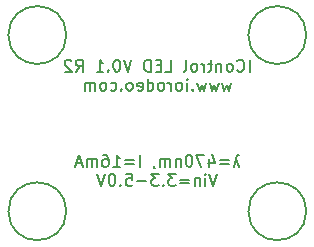
<source format=gbo>
%TF.GenerationSoftware,KiCad,Pcbnew,7.0.8-7.0.8~ubuntu22.04.1*%
%TF.CreationDate,2024-01-24T20:27:06-08:00*%
%TF.ProjectId,470nm_16mA,3437306e-6d5f-4313-966d-412e6b696361,rev?*%
%TF.SameCoordinates,Original*%
%TF.FileFunction,Legend,Bot*%
%TF.FilePolarity,Positive*%
%FSLAX46Y46*%
G04 Gerber Fmt 4.6, Leading zero omitted, Abs format (unit mm)*
G04 Created by KiCad (PCBNEW 7.0.8-7.0.8~ubuntu22.04.1) date 2024-01-24 20:27:06*
%MOMM*%
%LPD*%
G01*
G04 APERTURE LIST*
%ADD10C,0.150000*%
G04 APERTURE END LIST*
D10*
X70509524Y-55634819D02*
X70509524Y-54634819D01*
X69461906Y-55539580D02*
X69509525Y-55587200D01*
X69509525Y-55587200D02*
X69652382Y-55634819D01*
X69652382Y-55634819D02*
X69747620Y-55634819D01*
X69747620Y-55634819D02*
X69890477Y-55587200D01*
X69890477Y-55587200D02*
X69985715Y-55491961D01*
X69985715Y-55491961D02*
X70033334Y-55396723D01*
X70033334Y-55396723D02*
X70080953Y-55206247D01*
X70080953Y-55206247D02*
X70080953Y-55063390D01*
X70080953Y-55063390D02*
X70033334Y-54872914D01*
X70033334Y-54872914D02*
X69985715Y-54777676D01*
X69985715Y-54777676D02*
X69890477Y-54682438D01*
X69890477Y-54682438D02*
X69747620Y-54634819D01*
X69747620Y-54634819D02*
X69652382Y-54634819D01*
X69652382Y-54634819D02*
X69509525Y-54682438D01*
X69509525Y-54682438D02*
X69461906Y-54730057D01*
X68890477Y-55634819D02*
X68985715Y-55587200D01*
X68985715Y-55587200D02*
X69033334Y-55539580D01*
X69033334Y-55539580D02*
X69080953Y-55444342D01*
X69080953Y-55444342D02*
X69080953Y-55158628D01*
X69080953Y-55158628D02*
X69033334Y-55063390D01*
X69033334Y-55063390D02*
X68985715Y-55015771D01*
X68985715Y-55015771D02*
X68890477Y-54968152D01*
X68890477Y-54968152D02*
X68747620Y-54968152D01*
X68747620Y-54968152D02*
X68652382Y-55015771D01*
X68652382Y-55015771D02*
X68604763Y-55063390D01*
X68604763Y-55063390D02*
X68557144Y-55158628D01*
X68557144Y-55158628D02*
X68557144Y-55444342D01*
X68557144Y-55444342D02*
X68604763Y-55539580D01*
X68604763Y-55539580D02*
X68652382Y-55587200D01*
X68652382Y-55587200D02*
X68747620Y-55634819D01*
X68747620Y-55634819D02*
X68890477Y-55634819D01*
X68128572Y-54968152D02*
X68128572Y-55634819D01*
X68128572Y-55063390D02*
X68080953Y-55015771D01*
X68080953Y-55015771D02*
X67985715Y-54968152D01*
X67985715Y-54968152D02*
X67842858Y-54968152D01*
X67842858Y-54968152D02*
X67747620Y-55015771D01*
X67747620Y-55015771D02*
X67700001Y-55111009D01*
X67700001Y-55111009D02*
X67700001Y-55634819D01*
X67366667Y-54968152D02*
X66985715Y-54968152D01*
X67223810Y-54634819D02*
X67223810Y-55491961D01*
X67223810Y-55491961D02*
X67176191Y-55587200D01*
X67176191Y-55587200D02*
X67080953Y-55634819D01*
X67080953Y-55634819D02*
X66985715Y-55634819D01*
X66652381Y-55634819D02*
X66652381Y-54968152D01*
X66652381Y-55158628D02*
X66604762Y-55063390D01*
X66604762Y-55063390D02*
X66557143Y-55015771D01*
X66557143Y-55015771D02*
X66461905Y-54968152D01*
X66461905Y-54968152D02*
X66366667Y-54968152D01*
X65890476Y-55634819D02*
X65985714Y-55587200D01*
X65985714Y-55587200D02*
X66033333Y-55539580D01*
X66033333Y-55539580D02*
X66080952Y-55444342D01*
X66080952Y-55444342D02*
X66080952Y-55158628D01*
X66080952Y-55158628D02*
X66033333Y-55063390D01*
X66033333Y-55063390D02*
X65985714Y-55015771D01*
X65985714Y-55015771D02*
X65890476Y-54968152D01*
X65890476Y-54968152D02*
X65747619Y-54968152D01*
X65747619Y-54968152D02*
X65652381Y-55015771D01*
X65652381Y-55015771D02*
X65604762Y-55063390D01*
X65604762Y-55063390D02*
X65557143Y-55158628D01*
X65557143Y-55158628D02*
X65557143Y-55444342D01*
X65557143Y-55444342D02*
X65604762Y-55539580D01*
X65604762Y-55539580D02*
X65652381Y-55587200D01*
X65652381Y-55587200D02*
X65747619Y-55634819D01*
X65747619Y-55634819D02*
X65890476Y-55634819D01*
X64985714Y-55634819D02*
X65080952Y-55587200D01*
X65080952Y-55587200D02*
X65128571Y-55491961D01*
X65128571Y-55491961D02*
X65128571Y-54634819D01*
X63366666Y-55634819D02*
X63842856Y-55634819D01*
X63842856Y-55634819D02*
X63842856Y-54634819D01*
X63033332Y-55111009D02*
X62699999Y-55111009D01*
X62557142Y-55634819D02*
X63033332Y-55634819D01*
X63033332Y-55634819D02*
X63033332Y-54634819D01*
X63033332Y-54634819D02*
X62557142Y-54634819D01*
X62128570Y-55634819D02*
X62128570Y-54634819D01*
X62128570Y-54634819D02*
X61890475Y-54634819D01*
X61890475Y-54634819D02*
X61747618Y-54682438D01*
X61747618Y-54682438D02*
X61652380Y-54777676D01*
X61652380Y-54777676D02*
X61604761Y-54872914D01*
X61604761Y-54872914D02*
X61557142Y-55063390D01*
X61557142Y-55063390D02*
X61557142Y-55206247D01*
X61557142Y-55206247D02*
X61604761Y-55396723D01*
X61604761Y-55396723D02*
X61652380Y-55491961D01*
X61652380Y-55491961D02*
X61747618Y-55587200D01*
X61747618Y-55587200D02*
X61890475Y-55634819D01*
X61890475Y-55634819D02*
X62128570Y-55634819D01*
X60509522Y-54634819D02*
X60176189Y-55634819D01*
X60176189Y-55634819D02*
X59842856Y-54634819D01*
X59319046Y-54634819D02*
X59223808Y-54634819D01*
X59223808Y-54634819D02*
X59128570Y-54682438D01*
X59128570Y-54682438D02*
X59080951Y-54730057D01*
X59080951Y-54730057D02*
X59033332Y-54825295D01*
X59033332Y-54825295D02*
X58985713Y-55015771D01*
X58985713Y-55015771D02*
X58985713Y-55253866D01*
X58985713Y-55253866D02*
X59033332Y-55444342D01*
X59033332Y-55444342D02*
X59080951Y-55539580D01*
X59080951Y-55539580D02*
X59128570Y-55587200D01*
X59128570Y-55587200D02*
X59223808Y-55634819D01*
X59223808Y-55634819D02*
X59319046Y-55634819D01*
X59319046Y-55634819D02*
X59414284Y-55587200D01*
X59414284Y-55587200D02*
X59461903Y-55539580D01*
X59461903Y-55539580D02*
X59509522Y-55444342D01*
X59509522Y-55444342D02*
X59557141Y-55253866D01*
X59557141Y-55253866D02*
X59557141Y-55015771D01*
X59557141Y-55015771D02*
X59509522Y-54825295D01*
X59509522Y-54825295D02*
X59461903Y-54730057D01*
X59461903Y-54730057D02*
X59414284Y-54682438D01*
X59414284Y-54682438D02*
X59319046Y-54634819D01*
X58557141Y-55539580D02*
X58509522Y-55587200D01*
X58509522Y-55587200D02*
X58557141Y-55634819D01*
X58557141Y-55634819D02*
X58604760Y-55587200D01*
X58604760Y-55587200D02*
X58557141Y-55539580D01*
X58557141Y-55539580D02*
X58557141Y-55634819D01*
X57557142Y-55634819D02*
X58128570Y-55634819D01*
X57842856Y-55634819D02*
X57842856Y-54634819D01*
X57842856Y-54634819D02*
X57938094Y-54777676D01*
X57938094Y-54777676D02*
X58033332Y-54872914D01*
X58033332Y-54872914D02*
X58128570Y-54920533D01*
X55795237Y-55634819D02*
X56128570Y-55158628D01*
X56366665Y-55634819D02*
X56366665Y-54634819D01*
X56366665Y-54634819D02*
X55985713Y-54634819D01*
X55985713Y-54634819D02*
X55890475Y-54682438D01*
X55890475Y-54682438D02*
X55842856Y-54730057D01*
X55842856Y-54730057D02*
X55795237Y-54825295D01*
X55795237Y-54825295D02*
X55795237Y-54968152D01*
X55795237Y-54968152D02*
X55842856Y-55063390D01*
X55842856Y-55063390D02*
X55890475Y-55111009D01*
X55890475Y-55111009D02*
X55985713Y-55158628D01*
X55985713Y-55158628D02*
X56366665Y-55158628D01*
X55414284Y-54730057D02*
X55366665Y-54682438D01*
X55366665Y-54682438D02*
X55271427Y-54634819D01*
X55271427Y-54634819D02*
X55033332Y-54634819D01*
X55033332Y-54634819D02*
X54938094Y-54682438D01*
X54938094Y-54682438D02*
X54890475Y-54730057D01*
X54890475Y-54730057D02*
X54842856Y-54825295D01*
X54842856Y-54825295D02*
X54842856Y-54920533D01*
X54842856Y-54920533D02*
X54890475Y-55063390D01*
X54890475Y-55063390D02*
X55461903Y-55634819D01*
X55461903Y-55634819D02*
X54842856Y-55634819D01*
X68938094Y-56578152D02*
X68747618Y-57244819D01*
X68747618Y-57244819D02*
X68557142Y-56768628D01*
X68557142Y-56768628D02*
X68366666Y-57244819D01*
X68366666Y-57244819D02*
X68176190Y-56578152D01*
X67890475Y-56578152D02*
X67699999Y-57244819D01*
X67699999Y-57244819D02*
X67509523Y-56768628D01*
X67509523Y-56768628D02*
X67319047Y-57244819D01*
X67319047Y-57244819D02*
X67128571Y-56578152D01*
X66842856Y-56578152D02*
X66652380Y-57244819D01*
X66652380Y-57244819D02*
X66461904Y-56768628D01*
X66461904Y-56768628D02*
X66271428Y-57244819D01*
X66271428Y-57244819D02*
X66080952Y-56578152D01*
X65699999Y-57149580D02*
X65652380Y-57197200D01*
X65652380Y-57197200D02*
X65699999Y-57244819D01*
X65699999Y-57244819D02*
X65747618Y-57197200D01*
X65747618Y-57197200D02*
X65699999Y-57149580D01*
X65699999Y-57149580D02*
X65699999Y-57244819D01*
X65223809Y-57244819D02*
X65223809Y-56578152D01*
X65223809Y-56244819D02*
X65271428Y-56292438D01*
X65271428Y-56292438D02*
X65223809Y-56340057D01*
X65223809Y-56340057D02*
X65176190Y-56292438D01*
X65176190Y-56292438D02*
X65223809Y-56244819D01*
X65223809Y-56244819D02*
X65223809Y-56340057D01*
X64604762Y-57244819D02*
X64700000Y-57197200D01*
X64700000Y-57197200D02*
X64747619Y-57149580D01*
X64747619Y-57149580D02*
X64795238Y-57054342D01*
X64795238Y-57054342D02*
X64795238Y-56768628D01*
X64795238Y-56768628D02*
X64747619Y-56673390D01*
X64747619Y-56673390D02*
X64700000Y-56625771D01*
X64700000Y-56625771D02*
X64604762Y-56578152D01*
X64604762Y-56578152D02*
X64461905Y-56578152D01*
X64461905Y-56578152D02*
X64366667Y-56625771D01*
X64366667Y-56625771D02*
X64319048Y-56673390D01*
X64319048Y-56673390D02*
X64271429Y-56768628D01*
X64271429Y-56768628D02*
X64271429Y-57054342D01*
X64271429Y-57054342D02*
X64319048Y-57149580D01*
X64319048Y-57149580D02*
X64366667Y-57197200D01*
X64366667Y-57197200D02*
X64461905Y-57244819D01*
X64461905Y-57244819D02*
X64604762Y-57244819D01*
X63842857Y-57244819D02*
X63842857Y-56578152D01*
X63842857Y-56768628D02*
X63795238Y-56673390D01*
X63795238Y-56673390D02*
X63747619Y-56625771D01*
X63747619Y-56625771D02*
X63652381Y-56578152D01*
X63652381Y-56578152D02*
X63557143Y-56578152D01*
X63080952Y-57244819D02*
X63176190Y-57197200D01*
X63176190Y-57197200D02*
X63223809Y-57149580D01*
X63223809Y-57149580D02*
X63271428Y-57054342D01*
X63271428Y-57054342D02*
X63271428Y-56768628D01*
X63271428Y-56768628D02*
X63223809Y-56673390D01*
X63223809Y-56673390D02*
X63176190Y-56625771D01*
X63176190Y-56625771D02*
X63080952Y-56578152D01*
X63080952Y-56578152D02*
X62938095Y-56578152D01*
X62938095Y-56578152D02*
X62842857Y-56625771D01*
X62842857Y-56625771D02*
X62795238Y-56673390D01*
X62795238Y-56673390D02*
X62747619Y-56768628D01*
X62747619Y-56768628D02*
X62747619Y-57054342D01*
X62747619Y-57054342D02*
X62795238Y-57149580D01*
X62795238Y-57149580D02*
X62842857Y-57197200D01*
X62842857Y-57197200D02*
X62938095Y-57244819D01*
X62938095Y-57244819D02*
X63080952Y-57244819D01*
X61890476Y-57244819D02*
X61890476Y-56244819D01*
X61890476Y-57197200D02*
X61985714Y-57244819D01*
X61985714Y-57244819D02*
X62176190Y-57244819D01*
X62176190Y-57244819D02*
X62271428Y-57197200D01*
X62271428Y-57197200D02*
X62319047Y-57149580D01*
X62319047Y-57149580D02*
X62366666Y-57054342D01*
X62366666Y-57054342D02*
X62366666Y-56768628D01*
X62366666Y-56768628D02*
X62319047Y-56673390D01*
X62319047Y-56673390D02*
X62271428Y-56625771D01*
X62271428Y-56625771D02*
X62176190Y-56578152D01*
X62176190Y-56578152D02*
X61985714Y-56578152D01*
X61985714Y-56578152D02*
X61890476Y-56625771D01*
X61033333Y-57197200D02*
X61128571Y-57244819D01*
X61128571Y-57244819D02*
X61319047Y-57244819D01*
X61319047Y-57244819D02*
X61414285Y-57197200D01*
X61414285Y-57197200D02*
X61461904Y-57101961D01*
X61461904Y-57101961D02*
X61461904Y-56721009D01*
X61461904Y-56721009D02*
X61414285Y-56625771D01*
X61414285Y-56625771D02*
X61319047Y-56578152D01*
X61319047Y-56578152D02*
X61128571Y-56578152D01*
X61128571Y-56578152D02*
X61033333Y-56625771D01*
X61033333Y-56625771D02*
X60985714Y-56721009D01*
X60985714Y-56721009D02*
X60985714Y-56816247D01*
X60985714Y-56816247D02*
X61461904Y-56911485D01*
X60414285Y-57244819D02*
X60509523Y-57197200D01*
X60509523Y-57197200D02*
X60557142Y-57149580D01*
X60557142Y-57149580D02*
X60604761Y-57054342D01*
X60604761Y-57054342D02*
X60604761Y-56768628D01*
X60604761Y-56768628D02*
X60557142Y-56673390D01*
X60557142Y-56673390D02*
X60509523Y-56625771D01*
X60509523Y-56625771D02*
X60414285Y-56578152D01*
X60414285Y-56578152D02*
X60271428Y-56578152D01*
X60271428Y-56578152D02*
X60176190Y-56625771D01*
X60176190Y-56625771D02*
X60128571Y-56673390D01*
X60128571Y-56673390D02*
X60080952Y-56768628D01*
X60080952Y-56768628D02*
X60080952Y-57054342D01*
X60080952Y-57054342D02*
X60128571Y-57149580D01*
X60128571Y-57149580D02*
X60176190Y-57197200D01*
X60176190Y-57197200D02*
X60271428Y-57244819D01*
X60271428Y-57244819D02*
X60414285Y-57244819D01*
X59652380Y-57149580D02*
X59604761Y-57197200D01*
X59604761Y-57197200D02*
X59652380Y-57244819D01*
X59652380Y-57244819D02*
X59699999Y-57197200D01*
X59699999Y-57197200D02*
X59652380Y-57149580D01*
X59652380Y-57149580D02*
X59652380Y-57244819D01*
X58747619Y-57197200D02*
X58842857Y-57244819D01*
X58842857Y-57244819D02*
X59033333Y-57244819D01*
X59033333Y-57244819D02*
X59128571Y-57197200D01*
X59128571Y-57197200D02*
X59176190Y-57149580D01*
X59176190Y-57149580D02*
X59223809Y-57054342D01*
X59223809Y-57054342D02*
X59223809Y-56768628D01*
X59223809Y-56768628D02*
X59176190Y-56673390D01*
X59176190Y-56673390D02*
X59128571Y-56625771D01*
X59128571Y-56625771D02*
X59033333Y-56578152D01*
X59033333Y-56578152D02*
X58842857Y-56578152D01*
X58842857Y-56578152D02*
X58747619Y-56625771D01*
X58176190Y-57244819D02*
X58271428Y-57197200D01*
X58271428Y-57197200D02*
X58319047Y-57149580D01*
X58319047Y-57149580D02*
X58366666Y-57054342D01*
X58366666Y-57054342D02*
X58366666Y-56768628D01*
X58366666Y-56768628D02*
X58319047Y-56673390D01*
X58319047Y-56673390D02*
X58271428Y-56625771D01*
X58271428Y-56625771D02*
X58176190Y-56578152D01*
X58176190Y-56578152D02*
X58033333Y-56578152D01*
X58033333Y-56578152D02*
X57938095Y-56625771D01*
X57938095Y-56625771D02*
X57890476Y-56673390D01*
X57890476Y-56673390D02*
X57842857Y-56768628D01*
X57842857Y-56768628D02*
X57842857Y-57054342D01*
X57842857Y-57054342D02*
X57890476Y-57149580D01*
X57890476Y-57149580D02*
X57938095Y-57197200D01*
X57938095Y-57197200D02*
X58033333Y-57244819D01*
X58033333Y-57244819D02*
X58176190Y-57244819D01*
X57414285Y-57244819D02*
X57414285Y-56578152D01*
X57414285Y-56673390D02*
X57366666Y-56625771D01*
X57366666Y-56625771D02*
X57271428Y-56578152D01*
X57271428Y-56578152D02*
X57128571Y-56578152D01*
X57128571Y-56578152D02*
X57033333Y-56625771D01*
X57033333Y-56625771D02*
X56985714Y-56721009D01*
X56985714Y-56721009D02*
X56985714Y-57244819D01*
X56985714Y-56721009D02*
X56938095Y-56625771D01*
X56938095Y-56625771D02*
X56842857Y-56578152D01*
X56842857Y-56578152D02*
X56700000Y-56578152D01*
X56700000Y-56578152D02*
X56604761Y-56625771D01*
X56604761Y-56625771D02*
X56557142Y-56721009D01*
X56557142Y-56721009D02*
X56557142Y-57244819D01*
X69390475Y-63018152D02*
X69628570Y-63684819D01*
X69628570Y-62684819D02*
X69533332Y-62684819D01*
X69533332Y-62684819D02*
X69485713Y-62732438D01*
X69485713Y-62732438D02*
X69390475Y-63018152D01*
X69390475Y-63018152D02*
X69152380Y-63684819D01*
X68771427Y-63161009D02*
X68009523Y-63161009D01*
X68009523Y-63446723D02*
X68771427Y-63446723D01*
X67104761Y-63018152D02*
X67104761Y-63684819D01*
X67342856Y-62637200D02*
X67580951Y-63351485D01*
X67580951Y-63351485D02*
X66961904Y-63351485D01*
X66676189Y-62684819D02*
X66009523Y-62684819D01*
X66009523Y-62684819D02*
X66438094Y-63684819D01*
X65438094Y-62684819D02*
X65342856Y-62684819D01*
X65342856Y-62684819D02*
X65247618Y-62732438D01*
X65247618Y-62732438D02*
X65199999Y-62780057D01*
X65199999Y-62780057D02*
X65152380Y-62875295D01*
X65152380Y-62875295D02*
X65104761Y-63065771D01*
X65104761Y-63065771D02*
X65104761Y-63303866D01*
X65104761Y-63303866D02*
X65152380Y-63494342D01*
X65152380Y-63494342D02*
X65199999Y-63589580D01*
X65199999Y-63589580D02*
X65247618Y-63637200D01*
X65247618Y-63637200D02*
X65342856Y-63684819D01*
X65342856Y-63684819D02*
X65438094Y-63684819D01*
X65438094Y-63684819D02*
X65533332Y-63637200D01*
X65533332Y-63637200D02*
X65580951Y-63589580D01*
X65580951Y-63589580D02*
X65628570Y-63494342D01*
X65628570Y-63494342D02*
X65676189Y-63303866D01*
X65676189Y-63303866D02*
X65676189Y-63065771D01*
X65676189Y-63065771D02*
X65628570Y-62875295D01*
X65628570Y-62875295D02*
X65580951Y-62780057D01*
X65580951Y-62780057D02*
X65533332Y-62732438D01*
X65533332Y-62732438D02*
X65438094Y-62684819D01*
X64676189Y-63018152D02*
X64676189Y-63684819D01*
X64676189Y-63113390D02*
X64628570Y-63065771D01*
X64628570Y-63065771D02*
X64533332Y-63018152D01*
X64533332Y-63018152D02*
X64390475Y-63018152D01*
X64390475Y-63018152D02*
X64295237Y-63065771D01*
X64295237Y-63065771D02*
X64247618Y-63161009D01*
X64247618Y-63161009D02*
X64247618Y-63684819D01*
X63771427Y-63684819D02*
X63771427Y-63018152D01*
X63771427Y-63113390D02*
X63723808Y-63065771D01*
X63723808Y-63065771D02*
X63628570Y-63018152D01*
X63628570Y-63018152D02*
X63485713Y-63018152D01*
X63485713Y-63018152D02*
X63390475Y-63065771D01*
X63390475Y-63065771D02*
X63342856Y-63161009D01*
X63342856Y-63161009D02*
X63342856Y-63684819D01*
X63342856Y-63161009D02*
X63295237Y-63065771D01*
X63295237Y-63065771D02*
X63199999Y-63018152D01*
X63199999Y-63018152D02*
X63057142Y-63018152D01*
X63057142Y-63018152D02*
X62961903Y-63065771D01*
X62961903Y-63065771D02*
X62914284Y-63161009D01*
X62914284Y-63161009D02*
X62914284Y-63684819D01*
X62390475Y-63637200D02*
X62390475Y-63684819D01*
X62390475Y-63684819D02*
X62438094Y-63780057D01*
X62438094Y-63780057D02*
X62485713Y-63827676D01*
X61199999Y-63684819D02*
X61199999Y-62684819D01*
X60723809Y-63161009D02*
X59961905Y-63161009D01*
X59961905Y-63446723D02*
X60723809Y-63446723D01*
X58961905Y-63684819D02*
X59533333Y-63684819D01*
X59247619Y-63684819D02*
X59247619Y-62684819D01*
X59247619Y-62684819D02*
X59342857Y-62827676D01*
X59342857Y-62827676D02*
X59438095Y-62922914D01*
X59438095Y-62922914D02*
X59533333Y-62970533D01*
X58104762Y-62684819D02*
X58295238Y-62684819D01*
X58295238Y-62684819D02*
X58390476Y-62732438D01*
X58390476Y-62732438D02*
X58438095Y-62780057D01*
X58438095Y-62780057D02*
X58533333Y-62922914D01*
X58533333Y-62922914D02*
X58580952Y-63113390D01*
X58580952Y-63113390D02*
X58580952Y-63494342D01*
X58580952Y-63494342D02*
X58533333Y-63589580D01*
X58533333Y-63589580D02*
X58485714Y-63637200D01*
X58485714Y-63637200D02*
X58390476Y-63684819D01*
X58390476Y-63684819D02*
X58200000Y-63684819D01*
X58200000Y-63684819D02*
X58104762Y-63637200D01*
X58104762Y-63637200D02*
X58057143Y-63589580D01*
X58057143Y-63589580D02*
X58009524Y-63494342D01*
X58009524Y-63494342D02*
X58009524Y-63256247D01*
X58009524Y-63256247D02*
X58057143Y-63161009D01*
X58057143Y-63161009D02*
X58104762Y-63113390D01*
X58104762Y-63113390D02*
X58200000Y-63065771D01*
X58200000Y-63065771D02*
X58390476Y-63065771D01*
X58390476Y-63065771D02*
X58485714Y-63113390D01*
X58485714Y-63113390D02*
X58533333Y-63161009D01*
X58533333Y-63161009D02*
X58580952Y-63256247D01*
X57580952Y-63684819D02*
X57580952Y-63018152D01*
X57580952Y-63113390D02*
X57533333Y-63065771D01*
X57533333Y-63065771D02*
X57438095Y-63018152D01*
X57438095Y-63018152D02*
X57295238Y-63018152D01*
X57295238Y-63018152D02*
X57200000Y-63065771D01*
X57200000Y-63065771D02*
X57152381Y-63161009D01*
X57152381Y-63161009D02*
X57152381Y-63684819D01*
X57152381Y-63161009D02*
X57104762Y-63065771D01*
X57104762Y-63065771D02*
X57009524Y-63018152D01*
X57009524Y-63018152D02*
X56866667Y-63018152D01*
X56866667Y-63018152D02*
X56771428Y-63065771D01*
X56771428Y-63065771D02*
X56723809Y-63161009D01*
X56723809Y-63161009D02*
X56723809Y-63684819D01*
X56295238Y-63399104D02*
X55819048Y-63399104D01*
X56390476Y-63684819D02*
X56057143Y-62684819D01*
X56057143Y-62684819D02*
X55723810Y-63684819D01*
X67771427Y-64294819D02*
X67438094Y-65294819D01*
X67438094Y-65294819D02*
X67104761Y-64294819D01*
X66771427Y-65294819D02*
X66771427Y-64628152D01*
X66771427Y-64294819D02*
X66819046Y-64342438D01*
X66819046Y-64342438D02*
X66771427Y-64390057D01*
X66771427Y-64390057D02*
X66723808Y-64342438D01*
X66723808Y-64342438D02*
X66771427Y-64294819D01*
X66771427Y-64294819D02*
X66771427Y-64390057D01*
X66295237Y-64628152D02*
X66295237Y-65294819D01*
X66295237Y-64723390D02*
X66247618Y-64675771D01*
X66247618Y-64675771D02*
X66152380Y-64628152D01*
X66152380Y-64628152D02*
X66009523Y-64628152D01*
X66009523Y-64628152D02*
X65914285Y-64675771D01*
X65914285Y-64675771D02*
X65866666Y-64771009D01*
X65866666Y-64771009D02*
X65866666Y-65294819D01*
X65390475Y-64771009D02*
X64628571Y-64771009D01*
X64628571Y-65056723D02*
X65390475Y-65056723D01*
X64247618Y-64294819D02*
X63628571Y-64294819D01*
X63628571Y-64294819D02*
X63961904Y-64675771D01*
X63961904Y-64675771D02*
X63819047Y-64675771D01*
X63819047Y-64675771D02*
X63723809Y-64723390D01*
X63723809Y-64723390D02*
X63676190Y-64771009D01*
X63676190Y-64771009D02*
X63628571Y-64866247D01*
X63628571Y-64866247D02*
X63628571Y-65104342D01*
X63628571Y-65104342D02*
X63676190Y-65199580D01*
X63676190Y-65199580D02*
X63723809Y-65247200D01*
X63723809Y-65247200D02*
X63819047Y-65294819D01*
X63819047Y-65294819D02*
X64104761Y-65294819D01*
X64104761Y-65294819D02*
X64199999Y-65247200D01*
X64199999Y-65247200D02*
X64247618Y-65199580D01*
X63199999Y-65199580D02*
X63152380Y-65247200D01*
X63152380Y-65247200D02*
X63199999Y-65294819D01*
X63199999Y-65294819D02*
X63247618Y-65247200D01*
X63247618Y-65247200D02*
X63199999Y-65199580D01*
X63199999Y-65199580D02*
X63199999Y-65294819D01*
X62819047Y-64294819D02*
X62200000Y-64294819D01*
X62200000Y-64294819D02*
X62533333Y-64675771D01*
X62533333Y-64675771D02*
X62390476Y-64675771D01*
X62390476Y-64675771D02*
X62295238Y-64723390D01*
X62295238Y-64723390D02*
X62247619Y-64771009D01*
X62247619Y-64771009D02*
X62200000Y-64866247D01*
X62200000Y-64866247D02*
X62200000Y-65104342D01*
X62200000Y-65104342D02*
X62247619Y-65199580D01*
X62247619Y-65199580D02*
X62295238Y-65247200D01*
X62295238Y-65247200D02*
X62390476Y-65294819D01*
X62390476Y-65294819D02*
X62676190Y-65294819D01*
X62676190Y-65294819D02*
X62771428Y-65247200D01*
X62771428Y-65247200D02*
X62819047Y-65199580D01*
X61771428Y-64913866D02*
X61009524Y-64913866D01*
X60057143Y-64294819D02*
X60533333Y-64294819D01*
X60533333Y-64294819D02*
X60580952Y-64771009D01*
X60580952Y-64771009D02*
X60533333Y-64723390D01*
X60533333Y-64723390D02*
X60438095Y-64675771D01*
X60438095Y-64675771D02*
X60200000Y-64675771D01*
X60200000Y-64675771D02*
X60104762Y-64723390D01*
X60104762Y-64723390D02*
X60057143Y-64771009D01*
X60057143Y-64771009D02*
X60009524Y-64866247D01*
X60009524Y-64866247D02*
X60009524Y-65104342D01*
X60009524Y-65104342D02*
X60057143Y-65199580D01*
X60057143Y-65199580D02*
X60104762Y-65247200D01*
X60104762Y-65247200D02*
X60200000Y-65294819D01*
X60200000Y-65294819D02*
X60438095Y-65294819D01*
X60438095Y-65294819D02*
X60533333Y-65247200D01*
X60533333Y-65247200D02*
X60580952Y-65199580D01*
X59580952Y-65199580D02*
X59533333Y-65247200D01*
X59533333Y-65247200D02*
X59580952Y-65294819D01*
X59580952Y-65294819D02*
X59628571Y-65247200D01*
X59628571Y-65247200D02*
X59580952Y-65199580D01*
X59580952Y-65199580D02*
X59580952Y-65294819D01*
X58914286Y-64294819D02*
X58819048Y-64294819D01*
X58819048Y-64294819D02*
X58723810Y-64342438D01*
X58723810Y-64342438D02*
X58676191Y-64390057D01*
X58676191Y-64390057D02*
X58628572Y-64485295D01*
X58628572Y-64485295D02*
X58580953Y-64675771D01*
X58580953Y-64675771D02*
X58580953Y-64913866D01*
X58580953Y-64913866D02*
X58628572Y-65104342D01*
X58628572Y-65104342D02*
X58676191Y-65199580D01*
X58676191Y-65199580D02*
X58723810Y-65247200D01*
X58723810Y-65247200D02*
X58819048Y-65294819D01*
X58819048Y-65294819D02*
X58914286Y-65294819D01*
X58914286Y-65294819D02*
X59009524Y-65247200D01*
X59009524Y-65247200D02*
X59057143Y-65199580D01*
X59057143Y-65199580D02*
X59104762Y-65104342D01*
X59104762Y-65104342D02*
X59152381Y-64913866D01*
X59152381Y-64913866D02*
X59152381Y-64675771D01*
X59152381Y-64675771D02*
X59104762Y-64485295D01*
X59104762Y-64485295D02*
X59057143Y-64390057D01*
X59057143Y-64390057D02*
X59009524Y-64342438D01*
X59009524Y-64342438D02*
X58914286Y-64294819D01*
X58295238Y-64294819D02*
X57961905Y-65294819D01*
X57961905Y-65294819D02*
X57628572Y-64294819D01*
%TO.C,M1*%
X54990000Y-52540000D02*
G75*
G03*
X54990000Y-52540000I-2450000J0D01*
G01*
%TO.C,M2*%
X75310000Y-52540000D02*
G75*
G03*
X75310000Y-52540000I-2450000J0D01*
G01*
%TO.C,M3*%
X75310000Y-67460000D02*
G75*
G03*
X75310000Y-67460000I-2450000J0D01*
G01*
%TO.C,M4*%
X54990000Y-67460000D02*
G75*
G03*
X54990000Y-67460000I-2450000J0D01*
G01*
%TD*%
M02*

</source>
